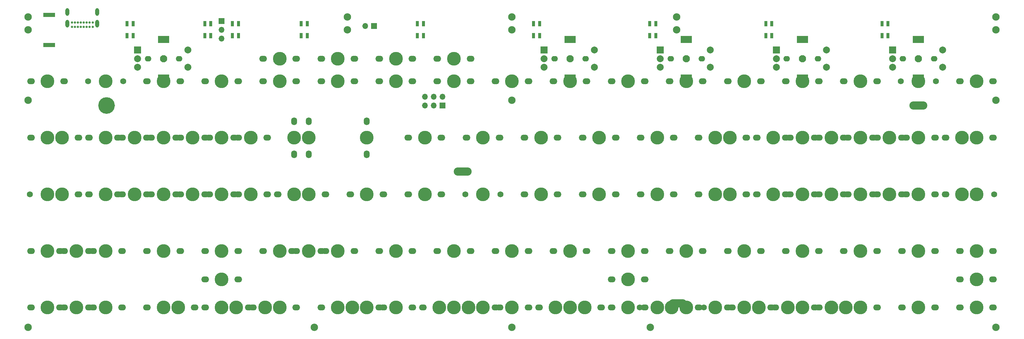
<source format=gbr>
%TF.GenerationSoftware,KiCad,Pcbnew,(5.1.9-0-10_14)*%
%TF.CreationDate,2021-02-02T05:51:32+09:00*%
%TF.ProjectId,Unison,556e6973-6f6e-42e6-9b69-6361645f7063,v01_1AU*%
%TF.SameCoordinates,Original*%
%TF.FileFunction,Soldermask,Top*%
%TF.FilePolarity,Negative*%
%FSLAX46Y46*%
G04 Gerber Fmt 4.6, Leading zero omitted, Abs format (unit mm)*
G04 Created by KiCad (PCBNEW (5.1.9-0-10_14)) date 2021-02-02 05:51:32*
%MOMM*%
%LPD*%
G01*
G04 APERTURE LIST*
%ADD10C,3.987800*%
%ADD11C,1.750000*%
%ADD12O,5.200000X2.400000*%
%ADD13C,1.000000*%
%ADD14C,4.800000*%
%ADD15R,3.400000X1.300000*%
%ADD16O,1.108000X2.216000*%
%ADD17C,0.650000*%
%ADD18O,1.900000X1.600000*%
%ADD19C,2.100000*%
%ADD20R,2.000000X2.000000*%
%ADD21C,2.000000*%
%ADD22R,3.200000X2.000000*%
%ADD23R,1.700000X1.700000*%
%ADD24O,1.700000X1.700000*%
%ADD25C,2.140000*%
%ADD26R,0.850000X1.600000*%
%ADD27O,2.260000X1.680000*%
%ADD28C,3.980000*%
%ADD29O,1.680000X2.260000*%
G04 APERTURE END LIST*
D10*
%TO.C,SW_91*%
X275300000Y-38000008D03*
D11*
X270220000Y-38000008D03*
X280380000Y-38000008D03*
%TD*%
D10*
%TO.C,SW_60_3*%
X199700000Y-103600000D03*
D11*
X194620000Y-103600000D03*
X204780000Y-103600000D03*
%TD*%
D10*
%TO.C,SW_75_1*%
X208100000Y-103600000D03*
D11*
X213180000Y-103600000D03*
X203020000Y-103600000D03*
%TD*%
D10*
%TO.C,SW_75_2*%
X203900000Y-103600000D03*
D11*
X208980000Y-103600000D03*
X198820000Y-103600000D03*
%TD*%
D10*
%TO.C,SW_21*%
X40100000Y-38000000D03*
D11*
X35020000Y-38000000D03*
X45180000Y-38000000D03*
%TD*%
D10*
%TO.C,SW_53*%
X149300000Y-70800000D03*
D11*
X144220000Y-70800000D03*
X154380000Y-70800000D03*
%TD*%
D10*
%TO.C,SW_18_1*%
X23300000Y-70800000D03*
D11*
X18220000Y-70800000D03*
X28380000Y-70800000D03*
%TD*%
D10*
%TO.C,SW_8_1*%
X292100000Y-70800000D03*
D11*
X287020000Y-70800000D03*
X297180000Y-70800000D03*
%TD*%
D12*
%TO.C,REF\u002A\u002A*%
X143400000Y-64200000D03*
X205700000Y-102400000D03*
X275250000Y-45100000D03*
D13*
X41650000Y-46450000D03*
X39050000Y-46400000D03*
X41650000Y-43750000D03*
X39050000Y-43750000D03*
X40400000Y-47000000D03*
X42300000Y-45100000D03*
X38500000Y-45100000D03*
X40400000Y-43200000D03*
D14*
X40400000Y-45100000D03*
%TD*%
D15*
%TO.C,LS1*%
X23800000Y-27550000D03*
X23800000Y-18850000D03*
%TD*%
D16*
%TO.C,J1*%
X29075000Y-17965000D03*
X37725000Y-17965000D03*
X37725000Y-21345000D03*
X29075000Y-21345000D03*
D17*
X30425000Y-20975000D03*
X31275000Y-20975000D03*
X32125000Y-20975000D03*
X32975000Y-20975000D03*
X33825000Y-20975000D03*
X34675000Y-20975000D03*
X35525000Y-20975000D03*
X36375000Y-20975000D03*
X36375000Y-22325000D03*
X35525000Y-22325000D03*
X34675000Y-22325000D03*
X33825000Y-22325000D03*
X32975000Y-22325000D03*
X32125000Y-22325000D03*
X31275000Y-22325000D03*
X30425000Y-22325000D03*
%TD*%
D18*
%TO.C,SW_RE1*%
X61400000Y-31500000D03*
X52400000Y-31500000D03*
D19*
X56900000Y-31500000D03*
D20*
X49400000Y-29000000D03*
D21*
X49400000Y-31500000D03*
X49400000Y-34000000D03*
D22*
X56900000Y-25900000D03*
X56900000Y-37100000D03*
D21*
X63900000Y-29000000D03*
X63900000Y-34000000D03*
%TD*%
%TO.C,SW_RE2*%
X181500000Y-34000000D03*
X181500000Y-29000000D03*
D22*
X174500000Y-37100000D03*
X174500000Y-25900000D03*
D21*
X167000000Y-34000000D03*
X167000000Y-31500000D03*
D20*
X167000000Y-29000000D03*
D19*
X174500000Y-31500000D03*
D18*
X170000000Y-31500000D03*
X179000000Y-31500000D03*
%TD*%
D21*
%TO.C,SW_RE3*%
X215100000Y-34000000D03*
X215100000Y-29000000D03*
D22*
X208100000Y-37100000D03*
X208100000Y-25900000D03*
D21*
X200600000Y-34000000D03*
X200600000Y-31500000D03*
D20*
X200600000Y-29000000D03*
D19*
X208100000Y-31500000D03*
D18*
X203600000Y-31500000D03*
X212600000Y-31500000D03*
%TD*%
%TO.C,SW_RE4*%
X246200000Y-31500000D03*
X237200000Y-31500000D03*
D19*
X241700000Y-31500000D03*
D20*
X234200000Y-29000000D03*
D21*
X234200000Y-31500000D03*
X234200000Y-34000000D03*
D22*
X241700000Y-25900000D03*
X241700000Y-37100000D03*
D21*
X248700000Y-29000000D03*
X248700000Y-34000000D03*
%TD*%
%TO.C,SW_RE5*%
X282300000Y-34000000D03*
X282300000Y-29000000D03*
D22*
X275300000Y-37100000D03*
X275300000Y-25900000D03*
D21*
X267800000Y-34000000D03*
X267800000Y-31500000D03*
D20*
X267800000Y-29000000D03*
D19*
X275300000Y-31500000D03*
D18*
X270800000Y-31500000D03*
X279800000Y-31500000D03*
%TD*%
D23*
%TO.C,J3*%
X73700000Y-20600000D03*
D24*
X73700000Y-23140000D03*
X73700000Y-25680000D03*
%TD*%
D23*
%TO.C,J2*%
X137550000Y-45100000D03*
D24*
X137550000Y-42560000D03*
X135010000Y-45100000D03*
X135010000Y-42560000D03*
X132470000Y-45100000D03*
X132470000Y-42560000D03*
%TD*%
D23*
%TO.C,J4*%
X117800000Y-22000000D03*
D24*
X115260000Y-22000000D03*
%TD*%
D25*
%TO.C,H1*%
X17700000Y-19400000D03*
%TD*%
%TO.C,H2*%
X110100000Y-19400000D03*
%TD*%
%TO.C,H3*%
X157700000Y-19400000D03*
%TD*%
%TO.C,H4*%
X205300000Y-19400000D03*
%TD*%
%TO.C,H5*%
X297700000Y-19400000D03*
%TD*%
%TO.C,H6*%
X17700000Y-23100000D03*
%TD*%
%TO.C,H7*%
X110100000Y-23100000D03*
%TD*%
%TO.C,H8*%
X157700000Y-23100000D03*
%TD*%
%TO.C,H9*%
X205300000Y-23100000D03*
%TD*%
%TO.C,H10*%
X297700000Y-23100000D03*
%TD*%
%TO.C,H11*%
X17700000Y-43500000D03*
%TD*%
%TO.C,H12*%
X157700000Y-43500000D03*
%TD*%
%TO.C,H13*%
X297700000Y-43500000D03*
%TD*%
%TO.C,H14*%
X17700000Y-109300000D03*
%TD*%
%TO.C,H15*%
X157700000Y-109300000D03*
%TD*%
%TO.C,H16*%
X297700000Y-109300000D03*
%TD*%
%TO.C,H17*%
X100500000Y-109300000D03*
%TD*%
%TO.C,H18*%
X197700000Y-109300000D03*
%TD*%
D26*
%TO.C,L1*%
X68825000Y-24850000D03*
X70575000Y-24850000D03*
X68825000Y-21350000D03*
X70575000Y-21350000D03*
%TD*%
%TO.C,L2*%
X78575000Y-21350000D03*
X76825000Y-21350000D03*
X78575000Y-24850000D03*
X76825000Y-24850000D03*
%TD*%
%TO.C,L3*%
X46325000Y-24850000D03*
X48075000Y-24850000D03*
X46325000Y-21350000D03*
X48075000Y-21350000D03*
%TD*%
%TO.C,L4*%
X96725000Y-24850000D03*
X98475000Y-24850000D03*
X96725000Y-21350000D03*
X98475000Y-21350000D03*
%TD*%
%TO.C,L5*%
X132075000Y-21350000D03*
X130325000Y-21350000D03*
X132075000Y-24850000D03*
X130325000Y-24850000D03*
%TD*%
%TO.C,L6*%
X165675000Y-21350000D03*
X163925000Y-21350000D03*
X165675000Y-24850000D03*
X163925000Y-24850000D03*
%TD*%
%TO.C,L7*%
X197525000Y-24850000D03*
X199275000Y-24850000D03*
X197525000Y-21350000D03*
X199275000Y-21350000D03*
%TD*%
%TO.C,L8*%
X232875000Y-21350000D03*
X231125000Y-21350000D03*
X232875000Y-24850000D03*
X231125000Y-24850000D03*
%TD*%
%TO.C,L9*%
X264725000Y-24850000D03*
X266475000Y-24850000D03*
X264725000Y-21350000D03*
X266475000Y-21350000D03*
%TD*%
D27*
%TO.C,SW_6*%
X287310000Y-38000000D03*
X296890000Y-38000000D03*
D28*
X292100000Y-38000000D03*
%TD*%
%TO.C,SW_9*%
X292100000Y-87200000D03*
D27*
X296890000Y-87200000D03*
X287310000Y-87200000D03*
%TD*%
%TO.C,SW_14*%
X35310000Y-87200000D03*
X44890000Y-87200000D03*
D28*
X40100000Y-87200000D03*
%TD*%
%TO.C,SW_15*%
X40100000Y-103600000D03*
D27*
X44890000Y-103600000D03*
X35310000Y-103600000D03*
%TD*%
%TO.C,SW_16*%
X18510000Y-38000000D03*
X28090000Y-38000000D03*
D28*
X23300000Y-38000000D03*
%TD*%
D27*
%TO.C,SW_26*%
X52110000Y-38000000D03*
X61690000Y-38000000D03*
D28*
X56900000Y-38000000D03*
%TD*%
%TO.C,SW_29*%
X56900000Y-87200000D03*
D27*
X61690000Y-87200000D03*
X52110000Y-87200000D03*
%TD*%
%TO.C,SW_31*%
X68910000Y-38000000D03*
X78490000Y-38000000D03*
D28*
X73700000Y-38000000D03*
%TD*%
%TO.C,SW_34*%
X107300000Y-87200000D03*
D27*
X112090000Y-87200000D03*
X102510000Y-87200000D03*
%TD*%
D29*
%TO.C,SW_42*%
X115700000Y-49610000D03*
X115700000Y-59190000D03*
D28*
X115700000Y-54400000D03*
%TD*%
%TO.C,SW_43*%
X115700000Y-70800000D03*
D27*
X120490000Y-70800000D03*
X110910000Y-70800000D03*
%TD*%
D28*
%TO.C,SW_47*%
X132500000Y-54400000D03*
D27*
X137290000Y-54400000D03*
X127710000Y-54400000D03*
%TD*%
D28*
%TO.C,SW_48*%
X132500000Y-70800000D03*
D27*
X137290000Y-70800000D03*
X127710000Y-70800000D03*
%TD*%
D28*
%TO.C,SW_49*%
X124100000Y-87200000D03*
D27*
X128890000Y-87200000D03*
X119310000Y-87200000D03*
%TD*%
D28*
%TO.C,SW_50*%
X157700000Y-103600000D03*
D27*
X162490000Y-103600000D03*
X152910000Y-103600000D03*
%TD*%
D28*
%TO.C,SW_52*%
X149300000Y-54400000D03*
D27*
X154090000Y-54400000D03*
X144510000Y-54400000D03*
%TD*%
%TO.C,SW_54*%
X136110000Y-87200000D03*
X145690000Y-87200000D03*
D28*
X140900000Y-87200000D03*
%TD*%
%TO.C,SW_56*%
X157700000Y-38000000D03*
D27*
X162490000Y-38000000D03*
X152910000Y-38000000D03*
%TD*%
D28*
%TO.C,SW_57*%
X166100000Y-54400000D03*
D27*
X170890000Y-54400000D03*
X161310000Y-54400000D03*
%TD*%
D28*
%TO.C,SW_58*%
X166100000Y-70800000D03*
D27*
X170890000Y-70800000D03*
X161310000Y-70800000D03*
%TD*%
D28*
%TO.C,SW_59*%
X157700000Y-87200000D03*
D27*
X162490000Y-87200000D03*
X152910000Y-87200000D03*
%TD*%
D28*
%TO.C,SW_61*%
X174500000Y-38000000D03*
D27*
X179290000Y-38000000D03*
X169710000Y-38000000D03*
%TD*%
D28*
%TO.C,SW_62*%
X182900000Y-54400000D03*
D27*
X187690000Y-54400000D03*
X178110000Y-54400000D03*
%TD*%
D28*
%TO.C,SW_63*%
X182900000Y-70800000D03*
D27*
X187690000Y-70800000D03*
X178110000Y-70800000D03*
%TD*%
%TO.C,SW_64*%
X169710000Y-87200000D03*
X179290000Y-87200000D03*
D28*
X174500000Y-87200000D03*
%TD*%
D27*
%TO.C,SW_67*%
X194910000Y-54400000D03*
X204490000Y-54400000D03*
D28*
X199700000Y-54400000D03*
%TD*%
D27*
%TO.C,SW_68*%
X194910000Y-70800000D03*
X204490000Y-70800000D03*
D28*
X199700000Y-70800000D03*
%TD*%
D27*
%TO.C,SW_69*%
X186510000Y-87200000D03*
X196090000Y-87200000D03*
D28*
X191300000Y-87200000D03*
%TD*%
D27*
%TO.C,SW_71*%
X203310000Y-38000000D03*
X212890000Y-38000000D03*
D28*
X208100000Y-38000000D03*
%TD*%
%TO.C,SW_74*%
X208100000Y-87200000D03*
D27*
X212890000Y-87200000D03*
X203310000Y-87200000D03*
%TD*%
%TO.C,SW_76*%
X186510000Y-38000000D03*
X196090000Y-38000000D03*
D28*
X191300000Y-38000000D03*
%TD*%
D27*
%TO.C,SW_79*%
X220110000Y-87200000D03*
X229690000Y-87200000D03*
D28*
X224900000Y-87200000D03*
%TD*%
D27*
%TO.C,SW_81*%
X236910000Y-38000000D03*
X246490000Y-38000000D03*
D28*
X241700000Y-38000000D03*
%TD*%
D27*
%TO.C,SW_84*%
X236910000Y-87200000D03*
X246490000Y-87200000D03*
D28*
X241700000Y-87200000D03*
%TD*%
%TO.C,SW_86*%
X224900000Y-38000000D03*
D27*
X229690000Y-38000000D03*
X220110000Y-38000000D03*
%TD*%
%TO.C,SW_89*%
X253710000Y-87200000D03*
X263290000Y-87200000D03*
D28*
X258500000Y-87200000D03*
%TD*%
%TO.C,SW_94*%
X275300000Y-87200000D03*
D27*
X280090000Y-87200000D03*
X270510000Y-87200000D03*
%TD*%
%TO.C,SW_95*%
X270510000Y-103600000D03*
X280090000Y-103600000D03*
D28*
X275300000Y-103600000D03*
%TD*%
D27*
%TO.C,SW_96*%
X253710000Y-38000000D03*
X263290000Y-38000000D03*
D28*
X258500000Y-38000000D03*
%TD*%
D27*
%TO.C,SW_10_1*%
X18510000Y-103600000D03*
X28090000Y-103600000D03*
D28*
X23300000Y-103600000D03*
%TD*%
%TO.C,SW_12_1*%
X40100000Y-54400000D03*
D27*
X44890000Y-54400000D03*
X35310000Y-54400000D03*
%TD*%
%TO.C,SW_12_2*%
X43710000Y-54400000D03*
X53290000Y-54400000D03*
D28*
X48500000Y-54400000D03*
%TD*%
D27*
%TO.C,SW_13_1*%
X44890000Y-70800000D03*
X35310000Y-70800000D03*
D28*
X40100000Y-70800000D03*
%TD*%
%TO.C,SW_13_2*%
X48500000Y-70800000D03*
D27*
X43710000Y-70800000D03*
X53290000Y-70800000D03*
%TD*%
%TO.C,SW_17_1*%
X18510000Y-54400000D03*
X28090000Y-54400000D03*
D28*
X23300000Y-54400000D03*
%TD*%
D27*
%TO.C,SW_19_1*%
X18510000Y-87200000D03*
X28090000Y-87200000D03*
D28*
X23300000Y-87200000D03*
%TD*%
%TO.C,SW_20_1*%
X56900000Y-103600000D03*
D27*
X61690000Y-103600000D03*
X52110000Y-103600000D03*
%TD*%
D28*
%TO.C,SW_23_1*%
X73700000Y-70800000D03*
D27*
X78490000Y-70800000D03*
X68910000Y-70800000D03*
%TD*%
D28*
%TO.C,SW_23_2*%
X82100000Y-70800000D03*
D27*
X86890000Y-70800000D03*
X77310000Y-70800000D03*
%TD*%
D28*
%TO.C,SW_24_1*%
X73700000Y-87200000D03*
D27*
X78490000Y-87200000D03*
X68910000Y-87200000D03*
%TD*%
D28*
%TO.C,SW_25_1*%
X73700000Y-103600000D03*
D27*
X78490000Y-103600000D03*
X68910000Y-103600000D03*
%TD*%
%TO.C,SW_27_1*%
X52110000Y-54400000D03*
X61690000Y-54400000D03*
D28*
X56900000Y-54400000D03*
%TD*%
D27*
%TO.C,SW_27_2*%
X60510000Y-54400000D03*
X70090000Y-54400000D03*
D28*
X65300000Y-54400000D03*
%TD*%
D27*
%TO.C,SW_28_1*%
X52110000Y-70800000D03*
X61690000Y-70800000D03*
D28*
X56900000Y-70800000D03*
%TD*%
D27*
%TO.C,SW_28_2*%
X60510000Y-70800000D03*
X70090000Y-70800000D03*
D28*
X65300000Y-70800000D03*
%TD*%
D27*
%TO.C,SW_30_1*%
X85710000Y-103600000D03*
X95290000Y-103600000D03*
D28*
X90500000Y-103600000D03*
%TD*%
D27*
%TO.C,SW_32_1*%
X68910000Y-54400000D03*
X78490000Y-54400000D03*
D28*
X73700000Y-54400000D03*
%TD*%
%TO.C,SW_32_2*%
X82100000Y-54400000D03*
D27*
X86890000Y-54400000D03*
X77310000Y-54400000D03*
%TD*%
D28*
%TO.C,SW_36_1*%
X90500000Y-38000000D03*
D27*
X95290000Y-38000000D03*
X85710000Y-38000000D03*
%TD*%
D28*
%TO.C,SW_36_2*%
X90500000Y-31500000D03*
D27*
X95290000Y-31500000D03*
X85710000Y-31500000D03*
%TD*%
D29*
%TO.C,SW_37_1*%
X98900000Y-59190000D03*
X98900000Y-49610000D03*
D28*
X98900000Y-54400000D03*
%TD*%
%TO.C,SW_38_1*%
X98900000Y-70800000D03*
D27*
X103690000Y-70800000D03*
X94110000Y-70800000D03*
%TD*%
D28*
%TO.C,SW_39_1*%
X90500000Y-87200000D03*
D27*
X95290000Y-87200000D03*
X85710000Y-87200000D03*
%TD*%
%TO.C,SW_40_1*%
X119310000Y-103600000D03*
X128890000Y-103600000D03*
D28*
X124100000Y-103600000D03*
%TD*%
D27*
%TO.C,SW_41_1*%
X102510000Y-38000000D03*
X112090000Y-38000000D03*
D28*
X107300000Y-38000000D03*
%TD*%
D27*
%TO.C,SW_41_2*%
X102510000Y-31500000D03*
X112090000Y-31500000D03*
D28*
X107300000Y-31500000D03*
%TD*%
%TO.C,SW_46_1*%
X124100000Y-38000000D03*
D27*
X128890000Y-38000000D03*
X119310000Y-38000000D03*
%TD*%
%TO.C,SW_46_2*%
X119310000Y-31500000D03*
X128890000Y-31500000D03*
D28*
X124100000Y-31500000D03*
%TD*%
%TO.C,SW_51_1*%
X140900000Y-38000000D03*
D27*
X145690000Y-38000000D03*
X136110000Y-38000000D03*
%TD*%
%TO.C,SW_51_2*%
X136110000Y-31500000D03*
X145690000Y-31500000D03*
D28*
X140900000Y-31500000D03*
%TD*%
D27*
%TO.C,SW_60_1*%
X186510000Y-103600000D03*
X196090000Y-103600000D03*
D28*
X191300000Y-103600000D03*
%TD*%
D27*
%TO.C,SW_70_1*%
X220110000Y-103600000D03*
X229690000Y-103600000D03*
D28*
X224900000Y-103600000D03*
%TD*%
%TO.C,SW_72_1*%
X216500000Y-54400000D03*
D27*
X221290000Y-54400000D03*
X211710000Y-54400000D03*
%TD*%
D28*
%TO.C,SW_73_1*%
X216500000Y-70800000D03*
D27*
X221290000Y-70800000D03*
X211710000Y-70800000D03*
%TD*%
D28*
%TO.C,SW_78_1*%
X233300000Y-70800000D03*
D27*
X238090000Y-70800000D03*
X228510000Y-70800000D03*
%TD*%
D28*
%TO.C,SW_78_2*%
X241700000Y-70800000D03*
D27*
X246490000Y-70800000D03*
X236910000Y-70800000D03*
%TD*%
%TO.C,SW_7_1*%
X287310000Y-54400000D03*
X296890000Y-54400000D03*
D28*
X292100000Y-54400000D03*
%TD*%
%TO.C,SW_80_1*%
X258500000Y-103600000D03*
D27*
X263290000Y-103600000D03*
X253710000Y-103600000D03*
%TD*%
%TO.C,SW_82_1*%
X245310000Y-54400000D03*
X254890000Y-54400000D03*
D28*
X250100000Y-54400000D03*
%TD*%
%TO.C,SW_82_2*%
X258500000Y-54400000D03*
D27*
X263290000Y-54400000D03*
X253710000Y-54400000D03*
%TD*%
%TO.C,SW_83_1*%
X245310000Y-70800000D03*
X254890000Y-70800000D03*
D28*
X250100000Y-70800000D03*
%TD*%
%TO.C,SW_83_2*%
X258500000Y-70800000D03*
D27*
X263290000Y-70800000D03*
X253710000Y-70800000D03*
%TD*%
%TO.C,SW_85_1*%
X236910000Y-103600000D03*
X246490000Y-103600000D03*
D28*
X241700000Y-103600000D03*
%TD*%
%TO.C,SW_87_1*%
X233300000Y-54400000D03*
D27*
X238090000Y-54400000D03*
X228510000Y-54400000D03*
%TD*%
D28*
%TO.C,SW_87_2*%
X241700000Y-54400000D03*
D27*
X246490000Y-54400000D03*
X236910000Y-54400000D03*
%TD*%
%TO.C,SW_90_1*%
X287310000Y-103600000D03*
X296890000Y-103600000D03*
D28*
X292100000Y-103600000D03*
%TD*%
%TO.C,SW_97_1*%
X266900000Y-54400000D03*
D27*
X271690000Y-54400000D03*
X262110000Y-54400000D03*
%TD*%
%TO.C,SW_97_2*%
X270510000Y-54400000D03*
X280090000Y-54400000D03*
D28*
X275300000Y-54400000D03*
%TD*%
%TO.C,SW_98_1*%
X266900000Y-70800000D03*
D27*
X271690000Y-70800000D03*
X262110000Y-70800000D03*
%TD*%
%TO.C,SW_98_2*%
X270510000Y-70800000D03*
X280090000Y-70800000D03*
D28*
X275300000Y-70800000D03*
%TD*%
D27*
%TO.C,SW_10_2*%
X26910000Y-103600000D03*
D28*
X31700000Y-103600000D03*
D27*
X36490000Y-103600000D03*
%TD*%
%TO.C,SW_17_2*%
X22710000Y-54400000D03*
D28*
X27500000Y-54400000D03*
D27*
X32290000Y-54400000D03*
%TD*%
%TO.C,SW_18_2*%
X32290000Y-70800000D03*
D28*
X27500000Y-70800000D03*
D27*
X22710000Y-70800000D03*
%TD*%
%TO.C,SW_19_2*%
X26910000Y-87200000D03*
D28*
X31700000Y-87200000D03*
D27*
X36490000Y-87200000D03*
%TD*%
%TO.C,SW_20_2*%
X65890000Y-103600000D03*
D28*
X61100000Y-103600000D03*
D27*
X56310000Y-103600000D03*
%TD*%
%TO.C,SW_25_3*%
X82690000Y-103600000D03*
D28*
X77900000Y-103600000D03*
D27*
X73110000Y-103600000D03*
%TD*%
%TO.C,SW_30_2*%
X81510000Y-103600000D03*
D28*
X86300000Y-103600000D03*
D27*
X91090000Y-103600000D03*
%TD*%
%TO.C,SW_35_1*%
X112090000Y-103600000D03*
D28*
X107300000Y-103600000D03*
D27*
X102510000Y-103600000D03*
%TD*%
%TO.C,SW_35_2*%
X120490000Y-103600000D03*
D28*
X115700000Y-103600000D03*
D27*
X110910000Y-103600000D03*
%TD*%
%TO.C,SW_35_3*%
X106710000Y-103600000D03*
D28*
X111500000Y-103600000D03*
D27*
X116290000Y-103600000D03*
%TD*%
%TO.C,SW_38_2*%
X89910000Y-70800000D03*
D28*
X94700000Y-70800000D03*
D27*
X99490000Y-70800000D03*
%TD*%
%TO.C,SW_39_2*%
X94110000Y-87200000D03*
D28*
X98900000Y-87200000D03*
D27*
X103690000Y-87200000D03*
%TD*%
%TO.C,SW_45_1*%
X145690000Y-103600000D03*
D28*
X140900000Y-103600000D03*
D27*
X136110000Y-103600000D03*
%TD*%
%TO.C,SW_45_2*%
X154090000Y-103600000D03*
D28*
X149300000Y-103600000D03*
D27*
X144510000Y-103600000D03*
%TD*%
%TO.C,SW_45_3*%
X140310000Y-103600000D03*
D28*
X145100000Y-103600000D03*
D27*
X149890000Y-103600000D03*
%TD*%
%TO.C,SW_45_4*%
X141490000Y-103600000D03*
D28*
X136700000Y-103600000D03*
D27*
X131910000Y-103600000D03*
%TD*%
%TO.C,SW_65_1*%
X179290000Y-103600000D03*
D28*
X174500000Y-103600000D03*
D27*
X169710000Y-103600000D03*
%TD*%
%TO.C,SW_65_2*%
X173910000Y-103600000D03*
D28*
X178700000Y-103600000D03*
D27*
X183490000Y-103600000D03*
%TD*%
%TO.C,SW_65_3*%
X175090000Y-103600000D03*
D28*
X170300000Y-103600000D03*
D27*
X165510000Y-103600000D03*
%TD*%
%TO.C,SW_70_2*%
X224310000Y-103600000D03*
D28*
X229100000Y-103600000D03*
D27*
X233890000Y-103600000D03*
%TD*%
%TO.C,SW_72_2*%
X225490000Y-54400000D03*
D28*
X220700000Y-54400000D03*
D27*
X215910000Y-54400000D03*
%TD*%
%TO.C,SW_73_2*%
X225490000Y-70800000D03*
D28*
X220700000Y-70800000D03*
D27*
X215910000Y-70800000D03*
%TD*%
%TO.C,SW_75_3*%
X221290000Y-103600000D03*
D28*
X216500000Y-103600000D03*
D27*
X211710000Y-103600000D03*
%TD*%
%TO.C,SW_7_2*%
X283110000Y-54400000D03*
D28*
X287900000Y-54400000D03*
D27*
X292690000Y-54400000D03*
%TD*%
%TO.C,SW_80_2*%
X259090000Y-103600000D03*
D28*
X254300000Y-103600000D03*
D27*
X249510000Y-103600000D03*
%TD*%
%TO.C,SW_85_2*%
X245310000Y-103600000D03*
D28*
X250100000Y-103600000D03*
D27*
X254890000Y-103600000D03*
%TD*%
%TO.C,SW_85_3*%
X232710000Y-103600000D03*
D28*
X237500000Y-103600000D03*
D27*
X242290000Y-103600000D03*
%TD*%
%TO.C,SW_8_2*%
X292690000Y-70800000D03*
D28*
X287900000Y-70800000D03*
D27*
X283110000Y-70800000D03*
%TD*%
%TO.C,SW_25_2*%
X68910000Y-95400000D03*
D28*
X73700000Y-95400000D03*
D27*
X78490000Y-95400000D03*
%TD*%
D29*
%TO.C,SW_37_2*%
X94700000Y-59190000D03*
D28*
X94700000Y-54400000D03*
D29*
X94700000Y-49610000D03*
%TD*%
D27*
%TO.C,SW_60_2*%
X186510000Y-95400000D03*
D28*
X191300000Y-95400000D03*
D27*
X196090000Y-95400000D03*
%TD*%
%TO.C,SW_90_2*%
X296890000Y-95400000D03*
D28*
X292100000Y-95400000D03*
D27*
X287310000Y-95400000D03*
%TD*%
M02*

</source>
